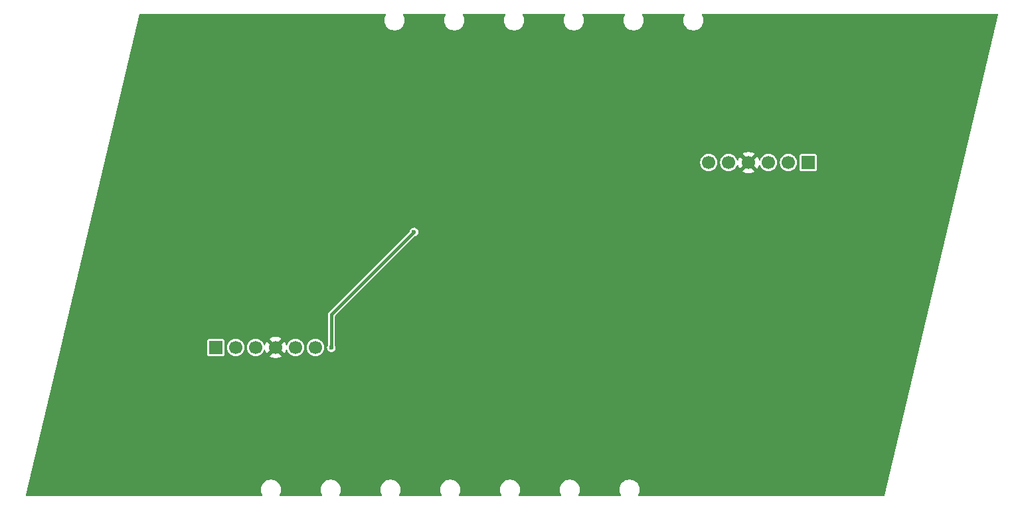
<source format=gbr>
%TF.GenerationSoftware,KiCad,Pcbnew,9.0.2*%
%TF.CreationDate,2025-08-03T15:01:54-04:00*%
%TF.ProjectId,SGTC,53475443-2e6b-4696-9361-645f70636258,rev?*%
%TF.SameCoordinates,Original*%
%TF.FileFunction,Copper,L2,Bot*%
%TF.FilePolarity,Positive*%
%FSLAX46Y46*%
G04 Gerber Fmt 4.6, Leading zero omitted, Abs format (unit mm)*
G04 Created by KiCad (PCBNEW 9.0.2) date 2025-08-03 15:01:54*
%MOMM*%
%LPD*%
G01*
G04 APERTURE LIST*
%TA.AperFunction,ComponentPad*%
%ADD10R,1.700000X1.700000*%
%TD*%
%TA.AperFunction,ComponentPad*%
%ADD11C,1.700000*%
%TD*%
%TA.AperFunction,ViaPad*%
%ADD12C,0.600000*%
%TD*%
%TA.AperFunction,Conductor*%
%ADD13C,0.400000*%
%TD*%
G04 APERTURE END LIST*
D10*
%TO.P,J1,1,Pin_1*%
%TO.N,A1_IN_N*%
X104920000Y-105300000D03*
D11*
%TO.P,J1,2,Pin_2*%
%TO.N,A1_IN_P*%
X107460000Y-105300000D03*
%TO.P,J1,3,Pin_3*%
%TO.N,+3.3V*%
X110000000Y-105300000D03*
%TO.P,J1,4,Pin_4*%
%TO.N,GND*%
X112540000Y-105300000D03*
%TO.P,J1,5,Pin_5*%
%TO.N,A2_IN_N*%
X115080000Y-105300000D03*
%TO.P,J1,6,Pin_6*%
%TO.N,A2_IN_P*%
X117620000Y-105300000D03*
%TD*%
D10*
%TO.P,J1,1,Pin_1*%
%TO.N,A1_IN_N*%
X180470000Y-81690000D03*
D11*
%TO.P,J1,2,Pin_2*%
%TO.N,A1_IN_P*%
X177930000Y-81690000D03*
%TO.P,J1,3,Pin_3*%
%TO.N,+3.3V*%
X175390000Y-81690000D03*
%TO.P,J1,4,Pin_4*%
%TO.N,GND*%
X172850000Y-81690000D03*
%TO.P,J1,5,Pin_5*%
%TO.N,A2_IN_N*%
X170310000Y-81690000D03*
%TO.P,J1,6,Pin_6*%
%TO.N,A2_IN_P*%
X167770000Y-81690000D03*
%TD*%
D12*
%TO.N,A2_IN_P*%
X130200000Y-90560000D03*
X119660000Y-105310000D03*
%TD*%
D13*
%TO.N,A2_IN_P*%
X119660000Y-105310000D02*
X119660000Y-101100000D01*
X119660000Y-101100000D02*
X130200000Y-90560000D01*
%TD*%
%TA.AperFunction,Conductor*%
%TO.N,GND*%
G36*
X126605724Y-62703735D02*
G01*
X126641688Y-62753235D01*
X126641688Y-62814421D01*
X126627626Y-62842019D01*
X126613908Y-62860898D01*
X126521808Y-63041656D01*
X126459117Y-63234598D01*
X126427383Y-63434961D01*
X126427383Y-63637838D01*
X126459117Y-63838201D01*
X126459119Y-63838206D01*
X126521809Y-64031146D01*
X126569581Y-64124903D01*
X126613909Y-64211902D01*
X126613911Y-64211906D01*
X126733148Y-64376022D01*
X126733150Y-64376024D01*
X126733153Y-64376028D01*
X126876603Y-64519478D01*
X126876606Y-64519480D01*
X126876608Y-64519482D01*
X127040724Y-64638719D01*
X127040728Y-64638721D01*
X127221485Y-64730822D01*
X127414425Y-64793512D01*
X127414426Y-64793512D01*
X127414429Y-64793513D01*
X127614793Y-64825248D01*
X127614796Y-64825248D01*
X127817669Y-64825248D01*
X128018032Y-64793513D01*
X128018033Y-64793512D01*
X128018037Y-64793512D01*
X128210977Y-64730822D01*
X128391734Y-64638721D01*
X128405570Y-64628669D01*
X128555853Y-64519482D01*
X128555859Y-64519478D01*
X128699309Y-64376028D01*
X128818552Y-64211903D01*
X128910653Y-64031146D01*
X128973343Y-63838206D01*
X128979024Y-63802337D01*
X129005079Y-63637838D01*
X129005079Y-63434961D01*
X128973344Y-63234598D01*
X128970077Y-63224542D01*
X128910653Y-63041654D01*
X128818552Y-62860897D01*
X128804835Y-62842017D01*
X128785929Y-62783828D01*
X128804836Y-62725637D01*
X128854337Y-62689673D01*
X128884929Y-62684828D01*
X134167533Y-62684828D01*
X134225724Y-62703735D01*
X134261688Y-62753235D01*
X134261688Y-62814421D01*
X134247626Y-62842019D01*
X134233908Y-62860898D01*
X134141808Y-63041656D01*
X134079117Y-63234598D01*
X134047383Y-63434961D01*
X134047383Y-63637838D01*
X134079117Y-63838201D01*
X134079119Y-63838206D01*
X134141809Y-64031146D01*
X134189581Y-64124903D01*
X134233909Y-64211902D01*
X134233911Y-64211906D01*
X134353148Y-64376022D01*
X134353150Y-64376024D01*
X134353153Y-64376028D01*
X134496603Y-64519478D01*
X134496606Y-64519480D01*
X134496608Y-64519482D01*
X134660724Y-64638719D01*
X134660728Y-64638721D01*
X134841485Y-64730822D01*
X135034425Y-64793512D01*
X135034426Y-64793512D01*
X135034429Y-64793513D01*
X135234793Y-64825248D01*
X135234796Y-64825248D01*
X135437669Y-64825248D01*
X135638032Y-64793513D01*
X135638033Y-64793512D01*
X135638037Y-64793512D01*
X135830977Y-64730822D01*
X136011734Y-64638721D01*
X136025570Y-64628669D01*
X136175853Y-64519482D01*
X136175859Y-64519478D01*
X136319309Y-64376028D01*
X136438552Y-64211903D01*
X136530653Y-64031146D01*
X136593343Y-63838206D01*
X136599024Y-63802337D01*
X136625079Y-63637838D01*
X136625079Y-63434961D01*
X136593344Y-63234598D01*
X136590077Y-63224542D01*
X136530653Y-63041654D01*
X136438552Y-62860897D01*
X136424835Y-62842017D01*
X136405929Y-62783828D01*
X136424836Y-62725637D01*
X136474337Y-62689673D01*
X136504929Y-62684828D01*
X141787533Y-62684828D01*
X141845724Y-62703735D01*
X141881688Y-62753235D01*
X141881688Y-62814421D01*
X141867626Y-62842019D01*
X141853908Y-62860898D01*
X141761808Y-63041656D01*
X141699117Y-63234598D01*
X141667383Y-63434961D01*
X141667383Y-63637838D01*
X141699117Y-63838201D01*
X141699119Y-63838206D01*
X141761809Y-64031146D01*
X141809581Y-64124903D01*
X141853909Y-64211902D01*
X141853911Y-64211906D01*
X141973148Y-64376022D01*
X141973150Y-64376024D01*
X141973153Y-64376028D01*
X142116603Y-64519478D01*
X142116606Y-64519480D01*
X142116608Y-64519482D01*
X142280724Y-64638719D01*
X142280728Y-64638721D01*
X142461485Y-64730822D01*
X142654425Y-64793512D01*
X142654426Y-64793512D01*
X142654429Y-64793513D01*
X142854793Y-64825248D01*
X142854796Y-64825248D01*
X143057669Y-64825248D01*
X143258032Y-64793513D01*
X143258033Y-64793512D01*
X143258037Y-64793512D01*
X143450977Y-64730822D01*
X143631734Y-64638721D01*
X143645570Y-64628669D01*
X143795853Y-64519482D01*
X143795859Y-64519478D01*
X143939309Y-64376028D01*
X144058552Y-64211903D01*
X144150653Y-64031146D01*
X144213343Y-63838206D01*
X144219024Y-63802337D01*
X144245079Y-63637838D01*
X144245079Y-63434961D01*
X144213344Y-63234598D01*
X144210077Y-63224542D01*
X144150653Y-63041654D01*
X144058552Y-62860897D01*
X144044835Y-62842017D01*
X144025929Y-62783828D01*
X144044836Y-62725637D01*
X144094337Y-62689673D01*
X144124929Y-62684828D01*
X149407533Y-62684828D01*
X149465724Y-62703735D01*
X149501688Y-62753235D01*
X149501688Y-62814421D01*
X149487626Y-62842019D01*
X149473908Y-62860898D01*
X149381808Y-63041656D01*
X149319117Y-63234598D01*
X149287383Y-63434961D01*
X149287383Y-63637838D01*
X149319117Y-63838201D01*
X149319119Y-63838206D01*
X149381809Y-64031146D01*
X149429581Y-64124903D01*
X149473909Y-64211902D01*
X149473911Y-64211906D01*
X149593148Y-64376022D01*
X149593150Y-64376024D01*
X149593153Y-64376028D01*
X149736603Y-64519478D01*
X149736606Y-64519480D01*
X149736608Y-64519482D01*
X149900724Y-64638719D01*
X149900728Y-64638721D01*
X150081485Y-64730822D01*
X150274425Y-64793512D01*
X150274426Y-64793512D01*
X150274429Y-64793513D01*
X150474793Y-64825248D01*
X150474796Y-64825248D01*
X150677669Y-64825248D01*
X150878032Y-64793513D01*
X150878033Y-64793512D01*
X150878037Y-64793512D01*
X151070977Y-64730822D01*
X151251734Y-64638721D01*
X151265570Y-64628669D01*
X151415853Y-64519482D01*
X151415859Y-64519478D01*
X151559309Y-64376028D01*
X151678552Y-64211903D01*
X151770653Y-64031146D01*
X151833343Y-63838206D01*
X151839024Y-63802337D01*
X151865079Y-63637838D01*
X151865079Y-63434961D01*
X151833344Y-63234598D01*
X151830077Y-63224542D01*
X151770653Y-63041654D01*
X151678552Y-62860897D01*
X151664835Y-62842017D01*
X151645929Y-62783828D01*
X151664836Y-62725637D01*
X151714337Y-62689673D01*
X151744929Y-62684828D01*
X157027533Y-62684828D01*
X157085724Y-62703735D01*
X157121688Y-62753235D01*
X157121688Y-62814421D01*
X157107626Y-62842019D01*
X157093908Y-62860898D01*
X157001808Y-63041656D01*
X156939117Y-63234598D01*
X156907383Y-63434961D01*
X156907383Y-63637838D01*
X156939117Y-63838201D01*
X156939119Y-63838206D01*
X157001809Y-64031146D01*
X157049581Y-64124903D01*
X157093909Y-64211902D01*
X157093911Y-64211906D01*
X157213148Y-64376022D01*
X157213150Y-64376024D01*
X157213153Y-64376028D01*
X157356603Y-64519478D01*
X157356606Y-64519480D01*
X157356608Y-64519482D01*
X157520724Y-64638719D01*
X157520728Y-64638721D01*
X157701485Y-64730822D01*
X157894425Y-64793512D01*
X157894426Y-64793512D01*
X157894429Y-64793513D01*
X158094793Y-64825248D01*
X158094796Y-64825248D01*
X158297669Y-64825248D01*
X158498032Y-64793513D01*
X158498033Y-64793512D01*
X158498037Y-64793512D01*
X158690977Y-64730822D01*
X158871734Y-64638721D01*
X158885570Y-64628669D01*
X159035853Y-64519482D01*
X159035859Y-64519478D01*
X159179309Y-64376028D01*
X159298552Y-64211903D01*
X159390653Y-64031146D01*
X159453343Y-63838206D01*
X159459024Y-63802337D01*
X159485079Y-63637838D01*
X159485079Y-63434961D01*
X159453344Y-63234598D01*
X159450077Y-63224542D01*
X159390653Y-63041654D01*
X159298552Y-62860897D01*
X159284835Y-62842017D01*
X159265929Y-62783828D01*
X159284836Y-62725637D01*
X159334337Y-62689673D01*
X159364929Y-62684828D01*
X164639030Y-62684828D01*
X164697221Y-62703735D01*
X164733185Y-62753235D01*
X164733185Y-62814421D01*
X164719122Y-62842019D01*
X164712713Y-62850839D01*
X164712709Y-62850845D01*
X164620608Y-63031604D01*
X164557917Y-63224546D01*
X164526183Y-63424909D01*
X164526183Y-63627786D01*
X164557917Y-63828149D01*
X164557919Y-63828154D01*
X164620609Y-64021094D01*
X164625731Y-64031146D01*
X164712709Y-64201850D01*
X164712711Y-64201854D01*
X164831948Y-64365970D01*
X164831950Y-64365972D01*
X164831953Y-64365976D01*
X164975403Y-64509426D01*
X164975406Y-64509428D01*
X164975408Y-64509430D01*
X165139524Y-64628667D01*
X165139528Y-64628669D01*
X165320285Y-64720770D01*
X165513225Y-64783460D01*
X165513226Y-64783460D01*
X165513229Y-64783461D01*
X165713593Y-64815196D01*
X165713596Y-64815196D01*
X165916469Y-64815196D01*
X166116832Y-64783461D01*
X166116833Y-64783460D01*
X166116837Y-64783460D01*
X166309777Y-64720770D01*
X166490534Y-64628669D01*
X166654659Y-64509426D01*
X166798109Y-64365976D01*
X166917352Y-64201851D01*
X167009453Y-64021094D01*
X167072143Y-63828154D01*
X167100906Y-63646555D01*
X167103879Y-63627786D01*
X167103879Y-63424909D01*
X167072144Y-63224546D01*
X167072143Y-63224542D01*
X167009453Y-63031602D01*
X166917352Y-62850845D01*
X166910940Y-62842019D01*
X166892032Y-62783829D01*
X166910939Y-62725638D01*
X166960439Y-62689674D01*
X166991032Y-62684828D01*
X204573840Y-62684828D01*
X204632031Y-62703735D01*
X204667995Y-62753235D01*
X204670192Y-62806573D01*
X190171895Y-124223245D01*
X190140124Y-124275535D01*
X190083685Y-124299165D01*
X190075543Y-124299500D01*
X189084907Y-124299500D01*
X123775889Y-81603385D01*
X166669500Y-81603385D01*
X166669500Y-81776614D01*
X166696597Y-81947702D01*
X166696598Y-81947706D01*
X166750123Y-82112438D01*
X166750125Y-82112441D01*
X166750126Y-82112444D01*
X166750127Y-82112445D01*
X166828768Y-82266788D01*
X166930586Y-82406928D01*
X167053072Y-82529414D01*
X167193212Y-82631232D01*
X167347555Y-82709873D01*
X167347557Y-82709873D01*
X167347558Y-82709874D01*
X167347561Y-82709876D01*
X167512293Y-82763401D01*
X167512297Y-82763402D01*
X167683386Y-82790500D01*
X167683389Y-82790500D01*
X167856614Y-82790500D01*
X168027702Y-82763402D01*
X168027706Y-82763401D01*
X168192438Y-82709876D01*
X168192440Y-82709874D01*
X168192445Y-82709873D01*
X168346788Y-82631232D01*
X168486928Y-82529414D01*
X168609414Y-82406928D01*
X168711232Y-82266788D01*
X168789873Y-82112445D01*
X168789874Y-82112440D01*
X168789876Y-82112438D01*
X168843401Y-81947706D01*
X168843402Y-81947702D01*
X168870500Y-81776614D01*
X168870500Y-81603385D01*
X169209500Y-81603385D01*
X169209500Y-81776614D01*
X169236597Y-81947702D01*
X169236598Y-81947706D01*
X169290123Y-82112438D01*
X169290125Y-82112441D01*
X169290126Y-82112444D01*
X169290127Y-82112445D01*
X169368768Y-82266788D01*
X169470586Y-82406928D01*
X169593072Y-82529414D01*
X169733212Y-82631232D01*
X169887555Y-82709873D01*
X169887557Y-82709873D01*
X169887558Y-82709874D01*
X169887561Y-82709876D01*
X170052293Y-82763401D01*
X170052297Y-82763402D01*
X170223386Y-82790500D01*
X170223389Y-82790500D01*
X170396614Y-82790500D01*
X170567702Y-82763402D01*
X170567706Y-82763401D01*
X170732438Y-82709876D01*
X170732440Y-82709874D01*
X170732445Y-82709873D01*
X170886788Y-82631232D01*
X171026928Y-82529414D01*
X171149414Y-82406928D01*
X171251232Y-82266788D01*
X171329873Y-82112445D01*
X171354675Y-82036111D01*
X171390639Y-81986612D01*
X171448830Y-81967705D01*
X171507021Y-81986612D01*
X171542985Y-82036112D01*
X171598904Y-82208215D01*
X171695376Y-82397553D01*
X171695380Y-82397559D01*
X171734728Y-82451716D01*
X171734729Y-82451716D01*
X172367037Y-81819407D01*
X172384075Y-81882993D01*
X172449901Y-81997007D01*
X172542993Y-82090099D01*
X172657007Y-82155925D01*
X172720589Y-82172962D01*
X172088282Y-82805269D01*
X172088282Y-82805270D01*
X172142440Y-82844619D01*
X172142446Y-82844623D01*
X172331784Y-82941095D01*
X172533878Y-83006759D01*
X172743750Y-83040000D01*
X172956250Y-83040000D01*
X173166121Y-83006759D01*
X173368215Y-82941095D01*
X173557556Y-82844620D01*
X173611716Y-82805270D01*
X172979408Y-82172962D01*
X173042993Y-82155925D01*
X173157007Y-82090099D01*
X173250099Y-81997007D01*
X173315925Y-81882993D01*
X173332962Y-81819408D01*
X173965270Y-82451716D01*
X174004620Y-82397556D01*
X174101096Y-82208213D01*
X174157014Y-82036113D01*
X174192978Y-81986613D01*
X174251168Y-81967705D01*
X174309359Y-81986612D01*
X174345323Y-82036111D01*
X174370125Y-82112441D01*
X174370126Y-82112444D01*
X174370127Y-82112445D01*
X174448768Y-82266788D01*
X174550586Y-82406928D01*
X174673072Y-82529414D01*
X174813212Y-82631232D01*
X174967555Y-82709873D01*
X174967557Y-82709873D01*
X174967558Y-82709874D01*
X174967561Y-82709876D01*
X175132293Y-82763401D01*
X175132297Y-82763402D01*
X175303386Y-82790500D01*
X175303389Y-82790500D01*
X175476614Y-82790500D01*
X175647702Y-82763402D01*
X175647706Y-82763401D01*
X175812438Y-82709876D01*
X175812440Y-82709874D01*
X175812445Y-82709873D01*
X175966788Y-82631232D01*
X176106928Y-82529414D01*
X176229414Y-82406928D01*
X176331232Y-82266788D01*
X176409873Y-82112445D01*
X176409874Y-82112440D01*
X176409876Y-82112438D01*
X176463401Y-81947706D01*
X176463402Y-81947702D01*
X176490500Y-81776614D01*
X176490500Y-81603385D01*
X176829500Y-81603385D01*
X176829500Y-81776614D01*
X176856597Y-81947702D01*
X176856598Y-81947706D01*
X176910123Y-82112438D01*
X176910125Y-82112441D01*
X176910126Y-82112444D01*
X176910127Y-82112445D01*
X176988768Y-82266788D01*
X177090586Y-82406928D01*
X177213072Y-82529414D01*
X177353212Y-82631232D01*
X177507555Y-82709873D01*
X177507557Y-82709873D01*
X177507558Y-82709874D01*
X177507561Y-82709876D01*
X177672293Y-82763401D01*
X177672297Y-82763402D01*
X177843386Y-82790500D01*
X177843389Y-82790500D01*
X178016614Y-82790500D01*
X178187702Y-82763402D01*
X178187706Y-82763401D01*
X178352438Y-82709876D01*
X178352440Y-82709874D01*
X178352445Y-82709873D01*
X178506788Y-82631232D01*
X178646928Y-82529414D01*
X178769414Y-82406928D01*
X178871232Y-82266788D01*
X178949873Y-82112445D01*
X178949874Y-82112440D01*
X178949876Y-82112438D01*
X179003401Y-81947706D01*
X179003402Y-81947702D01*
X179030500Y-81776614D01*
X179030500Y-81603385D01*
X179003402Y-81432297D01*
X179003401Y-81432293D01*
X178949876Y-81267561D01*
X178949874Y-81267558D01*
X178949873Y-81267557D01*
X178949873Y-81267555D01*
X178871232Y-81113212D01*
X178769414Y-80973072D01*
X178646928Y-80850586D01*
X178598398Y-80815327D01*
X179369500Y-80815327D01*
X179369500Y-82564672D01*
X179369501Y-82564684D01*
X179384033Y-82637736D01*
X179384035Y-82637742D01*
X179439397Y-82720599D01*
X179439399Y-82720601D01*
X179522260Y-82775966D01*
X179577808Y-82787015D01*
X179595315Y-82790498D01*
X179595320Y-82790498D01*
X179595326Y-82790500D01*
X179595327Y-82790500D01*
X181344673Y-82790500D01*
X181344674Y-82790500D01*
X181417740Y-82775966D01*
X181500601Y-82720601D01*
X181555966Y-82637740D01*
X181570500Y-82564674D01*
X181570500Y-80815326D01*
X181555966Y-80742260D01*
X181507768Y-80670125D01*
X181500602Y-80659400D01*
X181500599Y-80659397D01*
X181417742Y-80604035D01*
X181417740Y-80604034D01*
X181417737Y-80604033D01*
X181417736Y-80604033D01*
X181344684Y-80589501D01*
X181344674Y-80589500D01*
X179595326Y-80589500D01*
X179595325Y-80589500D01*
X179595315Y-80589501D01*
X179522263Y-80604033D01*
X179522257Y-80604035D01*
X179439400Y-80659397D01*
X179439397Y-80659400D01*
X179384035Y-80742257D01*
X179384033Y-80742263D01*
X179369501Y-80815315D01*
X179369500Y-80815327D01*
X178598398Y-80815327D01*
X178506788Y-80748768D01*
X178506787Y-80748767D01*
X178506785Y-80748766D01*
X178352441Y-80670125D01*
X178352438Y-80670123D01*
X178187706Y-80616598D01*
X178187702Y-80616597D01*
X178016614Y-80589500D01*
X178016611Y-80589500D01*
X177843389Y-80589500D01*
X177843386Y-80589500D01*
X177672297Y-80616597D01*
X177672293Y-80616598D01*
X177507561Y-80670123D01*
X177507558Y-80670125D01*
X177353214Y-80748766D01*
X177213073Y-80850585D01*
X177090585Y-80973073D01*
X176988766Y-81113214D01*
X176910125Y-81267558D01*
X176910123Y-81267561D01*
X176856598Y-81432293D01*
X176856597Y-81432297D01*
X176829500Y-81603385D01*
X176490500Y-81603385D01*
X176463402Y-81432297D01*
X176463401Y-81432293D01*
X176409876Y-81267561D01*
X176409874Y-81267558D01*
X176409873Y-81267557D01*
X176409873Y-81267555D01*
X176331232Y-81113212D01*
X176229414Y-80973072D01*
X176106928Y-80850586D01*
X175966788Y-80748768D01*
X175966787Y-80748767D01*
X175966785Y-80748766D01*
X175812441Y-80670125D01*
X175812438Y-80670123D01*
X175647706Y-80616598D01*
X175647702Y-80616597D01*
X175476614Y-80589500D01*
X175476611Y-80589500D01*
X175303389Y-80589500D01*
X175303386Y-80589500D01*
X175132297Y-80616597D01*
X175132293Y-80616598D01*
X174967561Y-80670123D01*
X174967558Y-80670125D01*
X174813214Y-80748766D01*
X174673073Y-80850585D01*
X174550585Y-80973073D01*
X174448766Y-81113214D01*
X174370125Y-81267558D01*
X174345323Y-81343888D01*
X174309359Y-81393388D01*
X174251167Y-81412294D01*
X174192977Y-81393386D01*
X174157014Y-81343886D01*
X174101096Y-81171786D01*
X174004623Y-80982446D01*
X174004619Y-80982440D01*
X173965270Y-80928282D01*
X173965269Y-80928282D01*
X173332962Y-81560589D01*
X173315925Y-81497007D01*
X173250099Y-81382993D01*
X173157007Y-81289901D01*
X173042993Y-81224075D01*
X172979407Y-81207037D01*
X173611716Y-80574729D01*
X173611716Y-80574728D01*
X173557559Y-80535380D01*
X173557553Y-80535376D01*
X173368215Y-80438904D01*
X173166121Y-80373240D01*
X172956250Y-80340000D01*
X172743750Y-80340000D01*
X172533878Y-80373240D01*
X172331784Y-80438904D01*
X172142446Y-80535376D01*
X172142442Y-80535378D01*
X172088282Y-80574728D01*
X172720591Y-81207037D01*
X172657007Y-81224075D01*
X172542993Y-81289901D01*
X172449901Y-81382993D01*
X172384075Y-81497007D01*
X172367037Y-81560591D01*
X171734728Y-80928282D01*
X171695378Y-80982442D01*
X171695376Y-80982446D01*
X171598904Y-81171784D01*
X171542985Y-81343887D01*
X171507021Y-81393387D01*
X171448830Y-81412294D01*
X171390639Y-81393387D01*
X171354676Y-81343887D01*
X171329876Y-81267561D01*
X171329874Y-81267558D01*
X171329873Y-81267557D01*
X171329873Y-81267555D01*
X171251232Y-81113212D01*
X171149414Y-80973072D01*
X171026928Y-80850586D01*
X170886788Y-80748768D01*
X170886787Y-80748767D01*
X170886785Y-80748766D01*
X170792390Y-80700670D01*
X170792388Y-80700668D01*
X170732447Y-80670127D01*
X170732438Y-80670123D01*
X170567706Y-80616598D01*
X170567702Y-80616597D01*
X170396614Y-80589500D01*
X170396611Y-80589500D01*
X170223389Y-80589500D01*
X170223386Y-80589500D01*
X170052297Y-80616597D01*
X170052293Y-80616598D01*
X169887561Y-80670123D01*
X169887558Y-80670125D01*
X169733214Y-80748766D01*
X169593073Y-80850585D01*
X169470585Y-80973073D01*
X169368766Y-81113214D01*
X169290125Y-81267558D01*
X169290123Y-81267561D01*
X169236598Y-81432293D01*
X169236597Y-81432297D01*
X169209500Y-81603385D01*
X168870500Y-81603385D01*
X168843402Y-81432297D01*
X168843401Y-81432293D01*
X168789876Y-81267561D01*
X168789874Y-81267558D01*
X168789873Y-81267557D01*
X168789873Y-81267555D01*
X168711232Y-81113212D01*
X168609414Y-80973072D01*
X168486928Y-80850586D01*
X168346788Y-80748768D01*
X168346787Y-80748767D01*
X168346785Y-80748766D01*
X168192441Y-80670125D01*
X168192438Y-80670123D01*
X168027706Y-80616598D01*
X168027702Y-80616597D01*
X167856614Y-80589500D01*
X167856611Y-80589500D01*
X167683389Y-80589500D01*
X167683386Y-80589500D01*
X167512297Y-80616597D01*
X167512293Y-80616598D01*
X167347561Y-80670123D01*
X167347558Y-80670125D01*
X167193214Y-80748766D01*
X167053073Y-80850585D01*
X166930585Y-80973073D01*
X166828766Y-81113214D01*
X166750125Y-81267558D01*
X166750123Y-81267561D01*
X166696598Y-81432293D01*
X166696597Y-81432297D01*
X166669500Y-81603385D01*
X123775889Y-81603385D01*
X95179304Y-62908217D01*
X95214023Y-62761090D01*
X95245790Y-62708798D01*
X95302227Y-62685164D01*
X95310377Y-62684828D01*
X126547533Y-62684828D01*
X126605724Y-62703735D01*
G37*
%TD.AperFunction*%
%TD*%
%TA.AperFunction,Conductor*%
%TO.N,GND*%
G36*
X190206011Y-124078719D02*
G01*
X190171895Y-124223245D01*
X190140124Y-124275535D01*
X190083686Y-124299165D01*
X190075543Y-124299500D01*
X158858306Y-124299500D01*
X158800115Y-124280593D01*
X158764151Y-124231093D01*
X158764151Y-124169907D01*
X158778214Y-124142308D01*
X158784321Y-124133903D01*
X158876422Y-123953146D01*
X158939112Y-123760206D01*
X158967875Y-123578607D01*
X158970848Y-123559838D01*
X158970848Y-123356961D01*
X158939113Y-123156598D01*
X158939112Y-123156594D01*
X158876422Y-122963654D01*
X158784321Y-122782897D01*
X158784319Y-122782893D01*
X158665082Y-122618777D01*
X158665080Y-122618775D01*
X158665078Y-122618772D01*
X158521628Y-122475322D01*
X158521624Y-122475319D01*
X158521622Y-122475317D01*
X158357506Y-122356080D01*
X158357502Y-122356078D01*
X158270503Y-122311750D01*
X158176746Y-122263978D01*
X158176743Y-122263977D01*
X157983801Y-122201286D01*
X157783438Y-122169552D01*
X157783435Y-122169552D01*
X157580565Y-122169552D01*
X157580562Y-122169552D01*
X157380198Y-122201286D01*
X157187256Y-122263977D01*
X157006497Y-122356078D01*
X157006493Y-122356080D01*
X156842377Y-122475317D01*
X156698917Y-122618777D01*
X156579680Y-122782893D01*
X156579678Y-122782897D01*
X156487577Y-122963656D01*
X156424886Y-123156598D01*
X156393152Y-123356961D01*
X156393152Y-123559838D01*
X156424886Y-123760201D01*
X156424888Y-123760206D01*
X156487578Y-123953146D01*
X156492700Y-123963198D01*
X156579678Y-124133901D01*
X156585786Y-124142308D01*
X156604694Y-124200499D01*
X156585788Y-124258690D01*
X156536288Y-124294654D01*
X156505694Y-124299500D01*
X151246809Y-124299500D01*
X151188618Y-124280593D01*
X151152654Y-124231093D01*
X151152654Y-124169907D01*
X151164024Y-124147596D01*
X151163490Y-124147269D01*
X151165517Y-124143960D01*
X151165521Y-124143955D01*
X151257622Y-123963198D01*
X151320312Y-123770258D01*
X151325993Y-123734389D01*
X151352048Y-123569890D01*
X151352048Y-123367013D01*
X151320313Y-123166650D01*
X151317046Y-123156594D01*
X151257622Y-122973706D01*
X151165521Y-122792949D01*
X151165519Y-122792945D01*
X151046282Y-122628829D01*
X151046280Y-122628827D01*
X151046278Y-122628824D01*
X150902828Y-122485374D01*
X150902824Y-122485371D01*
X150902822Y-122485369D01*
X150738706Y-122366132D01*
X150738702Y-122366130D01*
X150651703Y-122321802D01*
X150557946Y-122274030D01*
X150527006Y-122263977D01*
X150365001Y-122211338D01*
X150164638Y-122179604D01*
X150164635Y-122179604D01*
X149961765Y-122179604D01*
X149961762Y-122179604D01*
X149761398Y-122211338D01*
X149568456Y-122274029D01*
X149387697Y-122366130D01*
X149387693Y-122366132D01*
X149223577Y-122485369D01*
X149080117Y-122628829D01*
X148960880Y-122792945D01*
X148960878Y-122792949D01*
X148868777Y-122973708D01*
X148806086Y-123166650D01*
X148774352Y-123367013D01*
X148774352Y-123569890D01*
X148806086Y-123770253D01*
X148806088Y-123770258D01*
X148868778Y-123963198D01*
X148916550Y-124056955D01*
X148960878Y-124143954D01*
X148962910Y-124147269D01*
X148961559Y-124148096D01*
X148978591Y-124200480D01*
X148959695Y-124258675D01*
X148910203Y-124294648D01*
X148879591Y-124299500D01*
X143626809Y-124299500D01*
X143568618Y-124280593D01*
X143532654Y-124231093D01*
X143532654Y-124169907D01*
X143544024Y-124147596D01*
X143543490Y-124147269D01*
X143545517Y-124143960D01*
X143545521Y-124143955D01*
X143637622Y-123963198D01*
X143700312Y-123770258D01*
X143705993Y-123734389D01*
X143732048Y-123569890D01*
X143732048Y-123367013D01*
X143700313Y-123166650D01*
X143697046Y-123156594D01*
X143637622Y-122973706D01*
X143545521Y-122792949D01*
X143545519Y-122792945D01*
X143426282Y-122628829D01*
X143426280Y-122628827D01*
X143426278Y-122628824D01*
X143282828Y-122485374D01*
X143282824Y-122485371D01*
X143282822Y-122485369D01*
X143118706Y-122366132D01*
X143118702Y-122366130D01*
X143031703Y-122321802D01*
X142937946Y-122274030D01*
X142907006Y-122263977D01*
X142745001Y-122211338D01*
X142544638Y-122179604D01*
X142544635Y-122179604D01*
X142341765Y-122179604D01*
X142341762Y-122179604D01*
X142141398Y-122211338D01*
X141948456Y-122274029D01*
X141767697Y-122366130D01*
X141767693Y-122366132D01*
X141603577Y-122485369D01*
X141460117Y-122628829D01*
X141340880Y-122792945D01*
X141340878Y-122792949D01*
X141248777Y-122973708D01*
X141186086Y-123166650D01*
X141154352Y-123367013D01*
X141154352Y-123569890D01*
X141186086Y-123770253D01*
X141186088Y-123770258D01*
X141248778Y-123963198D01*
X141296550Y-124056955D01*
X141340878Y-124143954D01*
X141342910Y-124147269D01*
X141341559Y-124148096D01*
X141358591Y-124200480D01*
X141339695Y-124258675D01*
X141290203Y-124294648D01*
X141259591Y-124299500D01*
X136006809Y-124299500D01*
X135948618Y-124280593D01*
X135912654Y-124231093D01*
X135912654Y-124169907D01*
X135924024Y-124147596D01*
X135923490Y-124147269D01*
X135925517Y-124143960D01*
X135925521Y-124143955D01*
X136017622Y-123963198D01*
X136080312Y-123770258D01*
X136085993Y-123734389D01*
X136112048Y-123569890D01*
X136112048Y-123367013D01*
X136080313Y-123166650D01*
X136077046Y-123156594D01*
X136017622Y-122973706D01*
X135925521Y-122792949D01*
X135925519Y-122792945D01*
X135806282Y-122628829D01*
X135806280Y-122628827D01*
X135806278Y-122628824D01*
X135662828Y-122485374D01*
X135662824Y-122485371D01*
X135662822Y-122485369D01*
X135498706Y-122366132D01*
X135498702Y-122366130D01*
X135411703Y-122321802D01*
X135317946Y-122274030D01*
X135287006Y-122263977D01*
X135125001Y-122211338D01*
X134924638Y-122179604D01*
X134924635Y-122179604D01*
X134721765Y-122179604D01*
X134721762Y-122179604D01*
X134521398Y-122211338D01*
X134328456Y-122274029D01*
X134147697Y-122366130D01*
X134147693Y-122366132D01*
X133983577Y-122485369D01*
X133840117Y-122628829D01*
X133720880Y-122792945D01*
X133720878Y-122792949D01*
X133628777Y-122973708D01*
X133566086Y-123166650D01*
X133534352Y-123367013D01*
X133534352Y-123569890D01*
X133566086Y-123770253D01*
X133566088Y-123770258D01*
X133628778Y-123963198D01*
X133676550Y-124056955D01*
X133720878Y-124143954D01*
X133722910Y-124147269D01*
X133721559Y-124148096D01*
X133738591Y-124200480D01*
X133719695Y-124258675D01*
X133670203Y-124294648D01*
X133639591Y-124299500D01*
X128386809Y-124299500D01*
X128328618Y-124280593D01*
X128292654Y-124231093D01*
X128292654Y-124169907D01*
X128304024Y-124147596D01*
X128303490Y-124147269D01*
X128305517Y-124143960D01*
X128305521Y-124143955D01*
X128397622Y-123963198D01*
X128460312Y-123770258D01*
X128465993Y-123734389D01*
X128492048Y-123569890D01*
X128492048Y-123367013D01*
X128460313Y-123166650D01*
X128457046Y-123156594D01*
X128397622Y-122973706D01*
X128305521Y-122792949D01*
X128305519Y-122792945D01*
X128186282Y-122628829D01*
X128186280Y-122628827D01*
X128186278Y-122628824D01*
X128042828Y-122485374D01*
X128042824Y-122485371D01*
X128042822Y-122485369D01*
X127878706Y-122366132D01*
X127878702Y-122366130D01*
X127791703Y-122321802D01*
X127697946Y-122274030D01*
X127667006Y-122263977D01*
X127505001Y-122211338D01*
X127304638Y-122179604D01*
X127304635Y-122179604D01*
X127101765Y-122179604D01*
X127101762Y-122179604D01*
X126901398Y-122211338D01*
X126708456Y-122274029D01*
X126527697Y-122366130D01*
X126527693Y-122366132D01*
X126363577Y-122485369D01*
X126220117Y-122628829D01*
X126100880Y-122792945D01*
X126100878Y-122792949D01*
X126008777Y-122973708D01*
X125946086Y-123166650D01*
X125914352Y-123367013D01*
X125914352Y-123569890D01*
X125946086Y-123770253D01*
X125946088Y-123770258D01*
X126008778Y-123963198D01*
X126056550Y-124056955D01*
X126100878Y-124143954D01*
X126102910Y-124147269D01*
X126101559Y-124148096D01*
X126118591Y-124200480D01*
X126099695Y-124258675D01*
X126050203Y-124294648D01*
X126019591Y-124299500D01*
X120766809Y-124299500D01*
X120708618Y-124280593D01*
X120672654Y-124231093D01*
X120672654Y-124169907D01*
X120684024Y-124147596D01*
X120683490Y-124147269D01*
X120685517Y-124143960D01*
X120685521Y-124143955D01*
X120777622Y-123963198D01*
X120840312Y-123770258D01*
X120845993Y-123734389D01*
X120872048Y-123569890D01*
X120872048Y-123367013D01*
X120840313Y-123166650D01*
X120837046Y-123156594D01*
X120777622Y-122973706D01*
X120685521Y-122792949D01*
X120685519Y-122792945D01*
X120566282Y-122628829D01*
X120566280Y-122628827D01*
X120566278Y-122628824D01*
X120422828Y-122485374D01*
X120422824Y-122485371D01*
X120422822Y-122485369D01*
X120258706Y-122366132D01*
X120258702Y-122366130D01*
X120171703Y-122321802D01*
X120077946Y-122274030D01*
X120047006Y-122263977D01*
X119885001Y-122211338D01*
X119684638Y-122179604D01*
X119684635Y-122179604D01*
X119481765Y-122179604D01*
X119481762Y-122179604D01*
X119281398Y-122211338D01*
X119088456Y-122274029D01*
X118907697Y-122366130D01*
X118907693Y-122366132D01*
X118743577Y-122485369D01*
X118600117Y-122628829D01*
X118480880Y-122792945D01*
X118480878Y-122792949D01*
X118388777Y-122973708D01*
X118326086Y-123166650D01*
X118294352Y-123367013D01*
X118294352Y-123569890D01*
X118326086Y-123770253D01*
X118326088Y-123770258D01*
X118388778Y-123963198D01*
X118436550Y-124056955D01*
X118480878Y-124143954D01*
X118482910Y-124147269D01*
X118481559Y-124148096D01*
X118498591Y-124200480D01*
X118479695Y-124258675D01*
X118430203Y-124294648D01*
X118399591Y-124299500D01*
X113146809Y-124299500D01*
X113088618Y-124280593D01*
X113052654Y-124231093D01*
X113052654Y-124169907D01*
X113064024Y-124147596D01*
X113063490Y-124147269D01*
X113065517Y-124143960D01*
X113065521Y-124143955D01*
X113157622Y-123963198D01*
X113220312Y-123770258D01*
X113225993Y-123734389D01*
X113252048Y-123569890D01*
X113252048Y-123367013D01*
X113220313Y-123166650D01*
X113217046Y-123156594D01*
X113157622Y-122973706D01*
X113065521Y-122792949D01*
X113065519Y-122792945D01*
X112946282Y-122628829D01*
X112946280Y-122628827D01*
X112946278Y-122628824D01*
X112802828Y-122485374D01*
X112802824Y-122485371D01*
X112802822Y-122485369D01*
X112638706Y-122366132D01*
X112638702Y-122366130D01*
X112551703Y-122321802D01*
X112457946Y-122274030D01*
X112427006Y-122263977D01*
X112265001Y-122211338D01*
X112064638Y-122179604D01*
X112064635Y-122179604D01*
X111861765Y-122179604D01*
X111861762Y-122179604D01*
X111661398Y-122211338D01*
X111468456Y-122274029D01*
X111287697Y-122366130D01*
X111287693Y-122366132D01*
X111123577Y-122485369D01*
X110980117Y-122628829D01*
X110860880Y-122792945D01*
X110860878Y-122792949D01*
X110768777Y-122973708D01*
X110706086Y-123166650D01*
X110674352Y-123367013D01*
X110674352Y-123569890D01*
X110706086Y-123770253D01*
X110706088Y-123770258D01*
X110768778Y-123963198D01*
X110816550Y-124056955D01*
X110860878Y-124143954D01*
X110862910Y-124147269D01*
X110861559Y-124148096D01*
X110878591Y-124200480D01*
X110859695Y-124258675D01*
X110810203Y-124294648D01*
X110779591Y-124299500D01*
X80817434Y-124299500D01*
X80759243Y-124280593D01*
X80723279Y-124231093D01*
X80721080Y-124177763D01*
X80731431Y-124133901D01*
X84880574Y-106551095D01*
X85382208Y-104425327D01*
X103819500Y-104425327D01*
X103819500Y-106174672D01*
X103819501Y-106174684D01*
X103834033Y-106247736D01*
X103834035Y-106247742D01*
X103889397Y-106330599D01*
X103889399Y-106330601D01*
X103972260Y-106385966D01*
X104027808Y-106397015D01*
X104045315Y-106400498D01*
X104045320Y-106400498D01*
X104045326Y-106400500D01*
X104045327Y-106400500D01*
X105794673Y-106400500D01*
X105794674Y-106400500D01*
X105867740Y-106385966D01*
X105950601Y-106330601D01*
X106005966Y-106247740D01*
X106020500Y-106174674D01*
X106020500Y-105213385D01*
X106359500Y-105213385D01*
X106359500Y-105386614D01*
X106386597Y-105557702D01*
X106386598Y-105557706D01*
X106440123Y-105722438D01*
X106440125Y-105722441D01*
X106491353Y-105822984D01*
X106518768Y-105876788D01*
X106620586Y-106016928D01*
X106743072Y-106139414D01*
X106883212Y-106241232D01*
X107037555Y-106319873D01*
X107037557Y-106319873D01*
X107037558Y-106319874D01*
X107037561Y-106319876D01*
X107202293Y-106373401D01*
X107202297Y-106373402D01*
X107373386Y-106400500D01*
X107373389Y-106400500D01*
X107546614Y-106400500D01*
X107717702Y-106373402D01*
X107717706Y-106373401D01*
X107882438Y-106319876D01*
X107882440Y-106319874D01*
X107882445Y-106319873D01*
X108036788Y-106241232D01*
X108176928Y-106139414D01*
X108299414Y-106016928D01*
X108401232Y-105876788D01*
X108479873Y-105722445D01*
X108479874Y-105722440D01*
X108479876Y-105722438D01*
X108533401Y-105557706D01*
X108533402Y-105557702D01*
X108560500Y-105386614D01*
X108560500Y-105213385D01*
X108899500Y-105213385D01*
X108899500Y-105386614D01*
X108926597Y-105557702D01*
X108926598Y-105557706D01*
X108980123Y-105722438D01*
X108980125Y-105722441D01*
X109031353Y-105822984D01*
X109058768Y-105876788D01*
X109160586Y-106016928D01*
X109283072Y-106139414D01*
X109423212Y-106241232D01*
X109577555Y-106319873D01*
X109577557Y-106319873D01*
X109577558Y-106319874D01*
X109577561Y-106319876D01*
X109742293Y-106373401D01*
X109742297Y-106373402D01*
X109913386Y-106400500D01*
X109913389Y-106400500D01*
X110086614Y-106400500D01*
X110257702Y-106373402D01*
X110257706Y-106373401D01*
X110422438Y-106319876D01*
X110422440Y-106319874D01*
X110422445Y-106319873D01*
X110576788Y-106241232D01*
X110716928Y-106139414D01*
X110839414Y-106016928D01*
X110941232Y-105876788D01*
X111019873Y-105722445D01*
X111044675Y-105646111D01*
X111080639Y-105596612D01*
X111138830Y-105577705D01*
X111197021Y-105596612D01*
X111232985Y-105646112D01*
X111288904Y-105818215D01*
X111385376Y-106007553D01*
X111385380Y-106007559D01*
X111424728Y-106061716D01*
X111424729Y-106061716D01*
X112057037Y-105429407D01*
X112074075Y-105492993D01*
X112139901Y-105607007D01*
X112232993Y-105700099D01*
X112347007Y-105765925D01*
X112410589Y-105782962D01*
X111778282Y-106415269D01*
X111778282Y-106415270D01*
X111832440Y-106454619D01*
X111832446Y-106454623D01*
X112021784Y-106551095D01*
X112223878Y-106616759D01*
X112433750Y-106650000D01*
X112646250Y-106650000D01*
X112856121Y-106616759D01*
X113058215Y-106551095D01*
X113247556Y-106454620D01*
X113301716Y-106415270D01*
X112669408Y-105782962D01*
X112732993Y-105765925D01*
X112847007Y-105700099D01*
X112940099Y-105607007D01*
X113005925Y-105492993D01*
X113022962Y-105429408D01*
X113655270Y-106061716D01*
X113694620Y-106007556D01*
X113791096Y-105818213D01*
X113847014Y-105646113D01*
X113882978Y-105596613D01*
X113941168Y-105577705D01*
X113999359Y-105596612D01*
X114035323Y-105646111D01*
X114060125Y-105722441D01*
X114111353Y-105822984D01*
X114138768Y-105876788D01*
X114240586Y-106016928D01*
X114363072Y-106139414D01*
X114503212Y-106241232D01*
X114657555Y-106319873D01*
X114657557Y-106319873D01*
X114657558Y-106319874D01*
X114657561Y-106319876D01*
X114822293Y-106373401D01*
X114822297Y-106373402D01*
X114993386Y-106400500D01*
X114993389Y-106400500D01*
X115166614Y-106400500D01*
X115337702Y-106373402D01*
X115337706Y-106373401D01*
X115502438Y-106319876D01*
X115502440Y-106319874D01*
X115502445Y-106319873D01*
X115656788Y-106241232D01*
X115796928Y-106139414D01*
X115919414Y-106016928D01*
X116021232Y-105876788D01*
X116099873Y-105722445D01*
X116099874Y-105722440D01*
X116099876Y-105722438D01*
X116153401Y-105557706D01*
X116153402Y-105557702D01*
X116180500Y-105386614D01*
X116180500Y-105213385D01*
X116519500Y-105213385D01*
X116519500Y-105386614D01*
X116546597Y-105557702D01*
X116546598Y-105557706D01*
X116600123Y-105722438D01*
X116600125Y-105722441D01*
X116651353Y-105822984D01*
X116678768Y-105876788D01*
X116780586Y-106016928D01*
X116903072Y-106139414D01*
X117043212Y-106241232D01*
X117197555Y-106319873D01*
X117197557Y-106319873D01*
X117197558Y-106319874D01*
X117197561Y-106319876D01*
X117362293Y-106373401D01*
X117362297Y-106373402D01*
X117533386Y-106400500D01*
X117533389Y-106400500D01*
X117706614Y-106400500D01*
X117877702Y-106373402D01*
X117877706Y-106373401D01*
X118042438Y-106319876D01*
X118042440Y-106319874D01*
X118042445Y-106319873D01*
X118196788Y-106241232D01*
X118336928Y-106139414D01*
X118459414Y-106016928D01*
X118561232Y-105876788D01*
X118639873Y-105722445D01*
X118639874Y-105722440D01*
X118639876Y-105722438D01*
X118693401Y-105557706D01*
X118693402Y-105557702D01*
X118720500Y-105386614D01*
X118720500Y-105237525D01*
X119109500Y-105237525D01*
X119109500Y-105382475D01*
X119110609Y-105386614D01*
X119147017Y-105522489D01*
X119219487Y-105648010D01*
X119219489Y-105648012D01*
X119219491Y-105648015D01*
X119321985Y-105750509D01*
X119321987Y-105750510D01*
X119321989Y-105750512D01*
X119447511Y-105822982D01*
X119447512Y-105822982D01*
X119447515Y-105822984D01*
X119587525Y-105860500D01*
X119587526Y-105860500D01*
X119732474Y-105860500D01*
X119732475Y-105860500D01*
X119872485Y-105822984D01*
X119872487Y-105822982D01*
X119872489Y-105822982D01*
X119998010Y-105750512D01*
X119998010Y-105750511D01*
X119998015Y-105750509D01*
X120100509Y-105648015D01*
X120152649Y-105557706D01*
X120172982Y-105522489D01*
X120172982Y-105522487D01*
X120172984Y-105522485D01*
X120210500Y-105382475D01*
X120210500Y-105237525D01*
X120172984Y-105097515D01*
X120172983Y-105097513D01*
X120123763Y-105012260D01*
X120110500Y-104962761D01*
X120110500Y-101327610D01*
X120129407Y-101269419D01*
X120139490Y-101257612D01*
X130273018Y-91124083D01*
X130317395Y-91098462D01*
X130412485Y-91072984D01*
X130412487Y-91072982D01*
X130412489Y-91072982D01*
X130538010Y-91000512D01*
X130538010Y-91000511D01*
X130538015Y-91000509D01*
X130640509Y-90898015D01*
X130712984Y-90772485D01*
X130750500Y-90632475D01*
X130750500Y-90487525D01*
X130712984Y-90347515D01*
X130712982Y-90347511D01*
X130712982Y-90347510D01*
X130640512Y-90221989D01*
X130640510Y-90221987D01*
X130640509Y-90221985D01*
X130538015Y-90119491D01*
X130538012Y-90119489D01*
X130538010Y-90119487D01*
X130412488Y-90047017D01*
X130412489Y-90047017D01*
X130382896Y-90039087D01*
X130272475Y-90009500D01*
X130127525Y-90009500D01*
X130065790Y-90026041D01*
X129987510Y-90047017D01*
X129861989Y-90119487D01*
X129759487Y-90221989D01*
X129687017Y-90347511D01*
X129687015Y-90347515D01*
X129661537Y-90442600D01*
X129635915Y-90486980D01*
X119299508Y-100823389D01*
X119299507Y-100823390D01*
X119240200Y-100926112D01*
X119240200Y-100926113D01*
X119240201Y-100926114D01*
X119209500Y-101040692D01*
X119209500Y-104962761D01*
X119196237Y-105012260D01*
X119147016Y-105097513D01*
X119115968Y-105213385D01*
X119109500Y-105237525D01*
X118720500Y-105237525D01*
X118720500Y-105213385D01*
X118693402Y-105042297D01*
X118693401Y-105042293D01*
X118639876Y-104877561D01*
X118639874Y-104877558D01*
X118639873Y-104877557D01*
X118639873Y-104877555D01*
X118561232Y-104723212D01*
X118459414Y-104583072D01*
X118336928Y-104460586D01*
X118196788Y-104358768D01*
X118196787Y-104358767D01*
X118196785Y-104358766D01*
X118042441Y-104280125D01*
X118042438Y-104280123D01*
X117877706Y-104226598D01*
X117877702Y-104226597D01*
X117706614Y-104199500D01*
X117706611Y-104199500D01*
X117533389Y-104199500D01*
X117533386Y-104199500D01*
X117362297Y-104226597D01*
X117362293Y-104226598D01*
X117197561Y-104280123D01*
X117197558Y-104280125D01*
X117043214Y-104358766D01*
X116903073Y-104460585D01*
X116780585Y-104583073D01*
X116678766Y-104723214D01*
X116600125Y-104877558D01*
X116600123Y-104877561D01*
X116546598Y-105042293D01*
X116546597Y-105042297D01*
X116519500Y-105213385D01*
X116180500Y-105213385D01*
X116153402Y-105042297D01*
X116153401Y-105042293D01*
X116099876Y-104877561D01*
X116099874Y-104877558D01*
X116099873Y-104877557D01*
X116099873Y-104877555D01*
X116021232Y-104723212D01*
X115919414Y-104583072D01*
X115796928Y-104460586D01*
X115656788Y-104358768D01*
X115656787Y-104358767D01*
X115656785Y-104358766D01*
X115502441Y-104280125D01*
X115502438Y-104280123D01*
X115337706Y-104226598D01*
X115337702Y-104226597D01*
X115166614Y-104199500D01*
X115166611Y-104199500D01*
X114993389Y-104199500D01*
X114993386Y-104199500D01*
X114822297Y-104226597D01*
X114822293Y-104226598D01*
X114657561Y-104280123D01*
X114657558Y-104280125D01*
X114503214Y-104358766D01*
X114363073Y-104460585D01*
X114240585Y-104583073D01*
X114138766Y-104723214D01*
X114060125Y-104877558D01*
X114035323Y-104953888D01*
X113999359Y-105003388D01*
X113941167Y-105022294D01*
X113882977Y-105003386D01*
X113847014Y-104953886D01*
X113791096Y-104781786D01*
X113694623Y-104592446D01*
X113694619Y-104592440D01*
X113655270Y-104538282D01*
X113655269Y-104538282D01*
X113022962Y-105170589D01*
X113005925Y-105107007D01*
X112940099Y-104992993D01*
X112847007Y-104899901D01*
X112732993Y-104834075D01*
X112669407Y-104817037D01*
X113301716Y-104184729D01*
X113301716Y-104184728D01*
X113247559Y-104145380D01*
X113247553Y-104145376D01*
X113058215Y-104048904D01*
X112856121Y-103983240D01*
X112646250Y-103950000D01*
X112433750Y-103950000D01*
X112223878Y-103983240D01*
X112021784Y-104048904D01*
X111832446Y-104145376D01*
X111832442Y-104145378D01*
X111778282Y-104184728D01*
X112410591Y-104817037D01*
X112347007Y-104834075D01*
X112232993Y-104899901D01*
X112139901Y-104992993D01*
X112074075Y-105107007D01*
X112057037Y-105170591D01*
X111424728Y-104538282D01*
X111385378Y-104592442D01*
X111385376Y-104592446D01*
X111288904Y-104781784D01*
X111232985Y-104953887D01*
X111197021Y-105003387D01*
X111138830Y-105022294D01*
X111080639Y-105003387D01*
X111044676Y-104953887D01*
X111019876Y-104877561D01*
X111019874Y-104877558D01*
X111019873Y-104877557D01*
X111019873Y-104877555D01*
X110941232Y-104723212D01*
X110839414Y-104583072D01*
X110716928Y-104460586D01*
X110576788Y-104358768D01*
X110576787Y-104358767D01*
X110576785Y-104358766D01*
X110482390Y-104310670D01*
X110482388Y-104310668D01*
X110422447Y-104280127D01*
X110422438Y-104280123D01*
X110257706Y-104226598D01*
X110257702Y-104226597D01*
X110086614Y-104199500D01*
X110086611Y-104199500D01*
X109913389Y-104199500D01*
X109913386Y-104199500D01*
X109742297Y-104226597D01*
X109742293Y-104226598D01*
X109577561Y-104280123D01*
X109577558Y-104280125D01*
X109423214Y-104358766D01*
X109283073Y-104460585D01*
X109160585Y-104583073D01*
X109058766Y-104723214D01*
X108980125Y-104877558D01*
X108980123Y-104877561D01*
X108926598Y-105042293D01*
X108926597Y-105042297D01*
X108899500Y-105213385D01*
X108560500Y-105213385D01*
X108533402Y-105042297D01*
X108533401Y-105042293D01*
X108479876Y-104877561D01*
X108479874Y-104877558D01*
X108479873Y-104877557D01*
X108479873Y-104877555D01*
X108401232Y-104723212D01*
X108299414Y-104583072D01*
X108176928Y-104460586D01*
X108036788Y-104358768D01*
X108036787Y-104358767D01*
X108036785Y-104358766D01*
X107882441Y-104280125D01*
X107882438Y-104280123D01*
X107717706Y-104226598D01*
X107717702Y-104226597D01*
X107546614Y-104199500D01*
X107546611Y-104199500D01*
X107373389Y-104199500D01*
X107373386Y-104199500D01*
X107202297Y-104226597D01*
X107202293Y-104226598D01*
X107037561Y-104280123D01*
X107037558Y-104280125D01*
X106883214Y-104358766D01*
X106743073Y-104460585D01*
X106620585Y-104583073D01*
X106518766Y-104723214D01*
X106440125Y-104877558D01*
X106440123Y-104877561D01*
X106386598Y-105042293D01*
X106386597Y-105042297D01*
X106359500Y-105213385D01*
X106020500Y-105213385D01*
X106020500Y-104425326D01*
X106005966Y-104352260D01*
X105957768Y-104280125D01*
X105950602Y-104269400D01*
X105950599Y-104269397D01*
X105867742Y-104214035D01*
X105867740Y-104214034D01*
X105867737Y-104214033D01*
X105867736Y-104214033D01*
X105794684Y-104199501D01*
X105794674Y-104199500D01*
X104045326Y-104199500D01*
X104045325Y-104199500D01*
X104045315Y-104199501D01*
X103972263Y-104214033D01*
X103972257Y-104214035D01*
X103889400Y-104269397D01*
X103889397Y-104269400D01*
X103834035Y-104352257D01*
X103834033Y-104352263D01*
X103819501Y-104425315D01*
X103819500Y-104425327D01*
X85382208Y-104425327D01*
X85388721Y-104397725D01*
X95214023Y-62761091D01*
X95245790Y-62708798D01*
X95302227Y-62685164D01*
X95310377Y-62684828D01*
X96296417Y-62684828D01*
X190206011Y-124078719D01*
G37*
%TD.AperFunction*%
%TD*%
M02*

</source>
